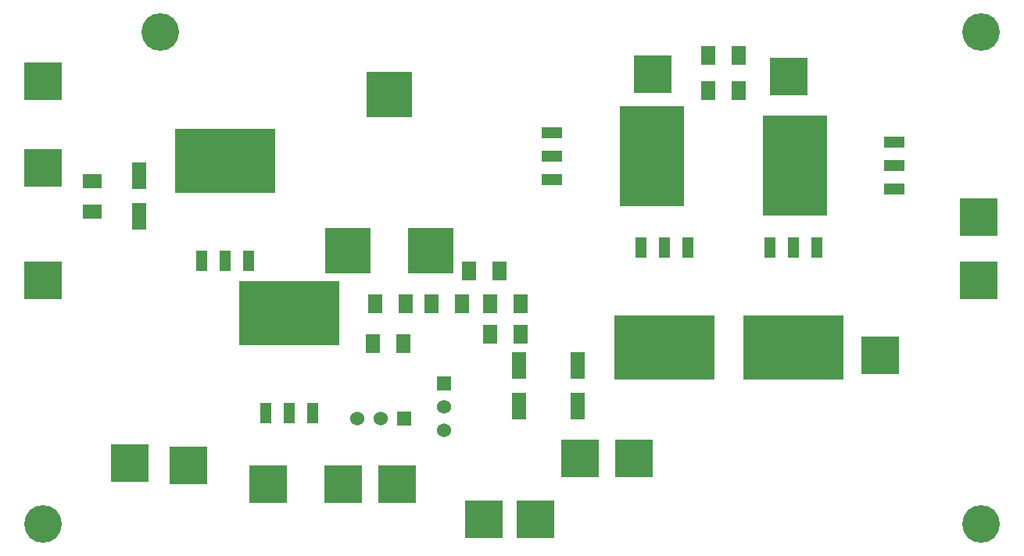
<source format=gts>
G04 (created by PCBNEW (2013-07-07 BZR 4022)-stable) date 10/6/2014 4:48:18 PM*
%MOIN*%
G04 Gerber Fmt 3.4, Leading zero omitted, Abs format*
%FSLAX34Y34*%
G01*
G70*
G90*
G04 APERTURE LIST*
%ADD10C,0.00590551*%
%ADD11R,0.09X0.045*%
%ADD12R,0.2755X0.4252*%
%ADD13R,0.045X0.09*%
%ADD14R,0.4252X0.2755*%
%ADD15R,0.06X0.08*%
%ADD16R,0.08X0.06*%
%ADD17R,0.06X0.06*%
%ADD18C,0.06*%
%ADD19R,0.063X0.1181*%
%ADD20R,0.16X0.16*%
%ADD21R,0.19685X0.19685*%
%ADD22C,0.16*%
G04 APERTURE END LIST*
G54D10*
G54D11*
X67800Y-20200D03*
G54D12*
X63550Y-19200D03*
G54D11*
X67800Y-18200D03*
X67800Y-19200D03*
X53200Y-17800D03*
G54D12*
X57450Y-18800D03*
G54D11*
X53200Y-19800D03*
X53200Y-18800D03*
G54D13*
X64500Y-22700D03*
G54D14*
X63500Y-26950D03*
G54D13*
X62500Y-22700D03*
X63500Y-22700D03*
X59000Y-22700D03*
G54D14*
X58000Y-26950D03*
G54D13*
X57000Y-22700D03*
X58000Y-22700D03*
X41000Y-29750D03*
G54D14*
X42000Y-25500D03*
G54D13*
X43000Y-29750D03*
X42000Y-29750D03*
X38250Y-23250D03*
G54D14*
X39250Y-19000D03*
G54D13*
X40250Y-23250D03*
X39250Y-23250D03*
G54D15*
X51850Y-25100D03*
X50550Y-25100D03*
X51850Y-26400D03*
X50550Y-26400D03*
X48050Y-25100D03*
X49350Y-25100D03*
X45650Y-25100D03*
X46950Y-25100D03*
X49650Y-23700D03*
X50950Y-23700D03*
X45550Y-26800D03*
X46850Y-26800D03*
G54D16*
X33600Y-19850D03*
X33600Y-21150D03*
G54D17*
X46900Y-30000D03*
G54D18*
X45900Y-30000D03*
X44900Y-30000D03*
G54D17*
X48600Y-28500D03*
G54D18*
X48600Y-29500D03*
X48600Y-30500D03*
G54D19*
X51800Y-27734D03*
X51800Y-29466D03*
X35600Y-19634D03*
X35600Y-21366D03*
X54300Y-27734D03*
X54300Y-29466D03*
G54D20*
X50300Y-34300D03*
X52500Y-34300D03*
X41100Y-32800D03*
X46600Y-32800D03*
X31500Y-24100D03*
X31500Y-19300D03*
X44300Y-32800D03*
X67200Y-27300D03*
X63300Y-15400D03*
X57500Y-15300D03*
X71400Y-21400D03*
X71400Y-24100D03*
X56700Y-31700D03*
X54400Y-31700D03*
X37700Y-32000D03*
X35200Y-31900D03*
G54D21*
X44478Y-22846D03*
X48021Y-22846D03*
X46250Y-16153D03*
G54D20*
X31500Y-15600D03*
G54D15*
X59850Y-16000D03*
X61150Y-16000D03*
X59850Y-14500D03*
X61150Y-14500D03*
G54D22*
X71500Y-13500D03*
X71500Y-34500D03*
X31500Y-34500D03*
X36500Y-13500D03*
M02*

</source>
